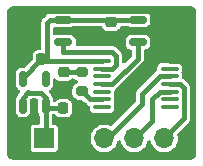
<source format=gbr>
%TF.GenerationSoftware,KiCad,Pcbnew,7.0.6-7.0.6~ubuntu22.04.1*%
%TF.CreationDate,2023-08-04T21:53:36+03:00*%
%TF.ProjectId,pedal_assist_sensor,70656461-6c5f-4617-9373-6973745f7365,rev?*%
%TF.SameCoordinates,PX3d09000PY6052340*%
%TF.FileFunction,Copper,L1,Top*%
%TF.FilePolarity,Positive*%
%FSLAX46Y46*%
G04 Gerber Fmt 4.6, Leading zero omitted, Abs format (unit mm)*
G04 Created by KiCad (PCBNEW 7.0.6-7.0.6~ubuntu22.04.1) date 2023-08-04 21:53:36*
%MOMM*%
%LPD*%
G01*
G04 APERTURE LIST*
G04 Aperture macros list*
%AMRoundRect*
0 Rectangle with rounded corners*
0 $1 Rounding radius*
0 $2 $3 $4 $5 $6 $7 $8 $9 X,Y pos of 4 corners*
0 Add a 4 corners polygon primitive as box body*
4,1,4,$2,$3,$4,$5,$6,$7,$8,$9,$2,$3,0*
0 Add four circle primitives for the rounded corners*
1,1,$1+$1,$2,$3*
1,1,$1+$1,$4,$5*
1,1,$1+$1,$6,$7*
1,1,$1+$1,$8,$9*
0 Add four rect primitives between the rounded corners*
20,1,$1+$1,$2,$3,$4,$5,0*
20,1,$1+$1,$4,$5,$6,$7,0*
20,1,$1+$1,$6,$7,$8,$9,0*
20,1,$1+$1,$8,$9,$2,$3,0*%
G04 Aperture macros list end*
%TA.AperFunction,SMDPad,CuDef*%
%ADD10RoundRect,0.150000X0.150000X-0.512500X0.150000X0.512500X-0.150000X0.512500X-0.150000X-0.512500X0*%
%TD*%
%TA.AperFunction,SMDPad,CuDef*%
%ADD11RoundRect,0.100000X-0.637500X-0.100000X0.637500X-0.100000X0.637500X0.100000X-0.637500X0.100000X0*%
%TD*%
%TA.AperFunction,SMDPad,CuDef*%
%ADD12RoundRect,0.225000X-0.250000X0.225000X-0.250000X-0.225000X0.250000X-0.225000X0.250000X0.225000X0*%
%TD*%
%TA.AperFunction,SMDPad,CuDef*%
%ADD13RoundRect,0.225000X-0.225000X-0.250000X0.225000X-0.250000X0.225000X0.250000X-0.225000X0.250000X0*%
%TD*%
%TA.AperFunction,SMDPad,CuDef*%
%ADD14RoundRect,0.218750X0.256250X-0.218750X0.256250X0.218750X-0.256250X0.218750X-0.256250X-0.218750X0*%
%TD*%
%TA.AperFunction,SMDPad,CuDef*%
%ADD15RoundRect,0.150000X-0.587500X-0.150000X0.587500X-0.150000X0.587500X0.150000X-0.587500X0.150000X0*%
%TD*%
%TA.AperFunction,SMDPad,CuDef*%
%ADD16RoundRect,0.200000X0.275000X-0.200000X0.275000X0.200000X-0.275000X0.200000X-0.275000X-0.200000X0*%
%TD*%
%TA.AperFunction,SMDPad,CuDef*%
%ADD17RoundRect,0.225000X0.225000X0.250000X-0.225000X0.250000X-0.225000X-0.250000X0.225000X-0.250000X0*%
%TD*%
%TA.AperFunction,ComponentPad*%
%ADD18R,1.700000X1.700000*%
%TD*%
%TA.AperFunction,ComponentPad*%
%ADD19O,1.700000X1.700000*%
%TD*%
%TA.AperFunction,Conductor*%
%ADD20C,0.400000*%
%TD*%
G04 APERTURE END LIST*
D10*
%TO.P,U4,1,IN*%
%TO.N,/5V*%
X1350000Y-8437500D03*
%TO.P,U4,2,GND*%
%TO.N,GND*%
X2300000Y-8437500D03*
%TO.P,U4,3,EN*%
%TO.N,/5V*%
X3250000Y-8437500D03*
%TO.P,U4,4,NC*%
%TO.N,unconnected-(U4-NC-Pad4)*%
X3250000Y-6162500D03*
%TO.P,U4,5,OUT*%
%TO.N,VCC*%
X1350000Y-6162500D03*
%TD*%
D11*
%TO.P,U1,1,VCC*%
%TO.N,VCC*%
X8037500Y-4650000D03*
%TO.P,U1,2,PA4*%
%TO.N,Net-(U1-PA4)*%
X8037500Y-5300000D03*
%TO.P,U1,3,PA5*%
%TO.N,unconnected-(U1-PA5-Pad3)*%
X8037500Y-5950000D03*
%TO.P,U1,4,PA6*%
%TO.N,Net-(U1-PA6)*%
X8037500Y-6600000D03*
%TO.P,U1,5,PA7*%
%TO.N,unconnected-(U1-PA7-Pad5)*%
X8037500Y-7250000D03*
%TO.P,U1,6,PB3*%
%TO.N,Net-(U1-PB3)*%
X8037500Y-7900000D03*
%TO.P,U1,7,PB2*%
%TO.N,unconnected-(U1-PB2-Pad7)*%
X8037500Y-8550000D03*
%TO.P,U1,8,PB1*%
%TO.N,unconnected-(U1-PB1-Pad8)*%
X13762500Y-8550000D03*
%TO.P,U1,9,PB0*%
%TO.N,unconnected-(U1-PB0-Pad9)*%
X13762500Y-7900000D03*
%TO.P,U1,10,~{RESET}/PA0*%
%TO.N,/UPDI*%
X13762500Y-7250000D03*
%TO.P,U1,11,PA1*%
%TO.N,/USART_TX*%
X13762500Y-6600000D03*
%TO.P,U1,12,PA2*%
%TO.N,/OUT*%
X13762500Y-5950000D03*
%TO.P,U1,13,PA3*%
%TO.N,unconnected-(U1-PA3-Pad13)*%
X13762500Y-5300000D03*
%TO.P,U1,14,GND*%
%TO.N,GND*%
X13762500Y-4650000D03*
%TD*%
D12*
%TO.P,C3,1*%
%TO.N,VCC*%
X8800000Y-1350000D03*
%TO.P,C3,2*%
%TO.N,GND*%
X8800000Y-2900000D03*
%TD*%
D13*
%TO.P,C1,1*%
%TO.N,/5V*%
X4750000Y-8650000D03*
%TO.P,C1,2*%
%TO.N,GND*%
X6300000Y-8650000D03*
%TD*%
D14*
%TO.P,D1,1,K*%
%TO.N,GND*%
X4800000Y-7187500D03*
%TO.P,D1,2,A*%
%TO.N,Net-(D1-A)*%
X4800000Y-5612500D03*
%TD*%
D15*
%TO.P,U2,1,VCC*%
%TO.N,VCC*%
X4762500Y-1150000D03*
%TO.P,U2,2,OUT*%
%TO.N,Net-(U1-PA4)*%
X4762500Y-3050000D03*
%TO.P,U2,3,GND*%
%TO.N,GND*%
X6637500Y-2100000D03*
%TD*%
D16*
%TO.P,R1,1*%
%TO.N,Net-(U1-PB3)*%
X6300000Y-7225000D03*
%TO.P,R1,2*%
%TO.N,Net-(D1-A)*%
X6300000Y-5575000D03*
%TD*%
D17*
%TO.P,C2,1*%
%TO.N,VCC*%
X2900000Y-4500000D03*
%TO.P,C2,2*%
%TO.N,GND*%
X1350000Y-4500000D03*
%TD*%
D15*
%TO.P,U3,1,VCC*%
%TO.N,VCC*%
X11062500Y-1150000D03*
%TO.P,U3,2,OUT*%
%TO.N,Net-(U1-PA6)*%
X11062500Y-3050000D03*
%TO.P,U3,3,GND*%
%TO.N,GND*%
X12937500Y-2100000D03*
%TD*%
D18*
%TO.P,J2,1,Pin_1*%
%TO.N,/5V*%
X3130000Y-11200000D03*
D19*
%TO.P,J2,2,Pin_2*%
%TO.N,GND*%
X5670000Y-11200000D03*
%TO.P,J2,3,Pin_3*%
%TO.N,/OUT*%
X8210000Y-11200000D03*
%TO.P,J2,4,Pin_4*%
%TO.N,/UPDI*%
X10750000Y-11200000D03*
%TO.P,J2,5,Pin_5*%
%TO.N,/USART_TX*%
X13290000Y-11200000D03*
%TD*%
D20*
%TO.N,/5V*%
X3250000Y-8437500D02*
X3250000Y-7750000D01*
X1825000Y-7325000D02*
X1800000Y-7300000D01*
X3250000Y-11080000D02*
X3130000Y-11200000D01*
X2825000Y-7325000D02*
X1825000Y-7325000D01*
X4750000Y-8600000D02*
X3412500Y-8600000D01*
X3412500Y-8600000D02*
X3250000Y-8437500D01*
X1350000Y-7750000D02*
X1350000Y-8437500D01*
X1800000Y-7300000D02*
X1350000Y-7750000D01*
X3250000Y-8437500D02*
X3250000Y-11080000D01*
X3250000Y-7750000D02*
X2825000Y-7325000D01*
%TO.N,GND*%
X2600000Y-400000D02*
X14500000Y-400000D01*
X6537500Y-2100000D02*
X7300000Y-2100000D01*
X13762500Y-4650000D02*
X15600000Y-4650000D01*
X8100000Y-2900000D02*
X8800000Y-2900000D01*
X15650000Y-12250000D02*
X15300000Y-12600000D01*
X5600000Y-12600000D02*
X1000000Y-12600000D01*
X4800000Y-7187500D02*
X4837500Y-7187500D01*
X9400000Y-2900000D02*
X8800000Y-2900000D01*
X15600000Y-4650000D02*
X15650000Y-4600000D01*
X400000Y-4600000D02*
X400000Y-2600000D01*
X400000Y-12000000D02*
X400000Y-11300000D01*
X15100000Y-1000000D02*
X15650000Y-1550000D01*
X4837500Y-7187500D02*
X6300000Y-8650000D01*
X15300000Y-12600000D02*
X5600000Y-12600000D01*
X12837500Y-2100000D02*
X15550000Y-2100000D01*
X15650000Y-1550000D02*
X15650000Y-2000000D01*
X5600000Y-12600000D02*
X5670000Y-12530000D01*
X400000Y-10100000D02*
X400000Y-11200000D01*
X500000Y-4500000D02*
X400000Y-4600000D01*
X7300000Y-2100000D02*
X8100000Y-2900000D01*
X6300000Y-8650000D02*
X6300000Y-10570000D01*
X15550000Y-2100000D02*
X15650000Y-2000000D01*
X5670000Y-12530000D02*
X5670000Y-11200000D01*
X400000Y-2600000D02*
X2600000Y-400000D01*
X400000Y-4600000D02*
X400000Y-10100000D01*
X1350000Y-4500000D02*
X500000Y-4500000D01*
X1000000Y-12600000D02*
X400000Y-12000000D01*
X1198528Y-10100000D02*
X400000Y-10100000D01*
X14500000Y-400000D02*
X15100000Y-1000000D01*
X12837500Y-2100000D02*
X10200000Y-2100000D01*
X2300000Y-8998528D02*
X1198528Y-10100000D01*
X15650000Y-2000000D02*
X15650000Y-4600000D01*
X2300000Y-8437500D02*
X2300000Y-8998528D01*
X15650000Y-4600000D02*
X15650000Y-12250000D01*
X6300000Y-10570000D02*
X5670000Y-11200000D01*
X10200000Y-2100000D02*
X9400000Y-2900000D01*
%TO.N,VCC*%
X3400000Y-1400000D02*
X3400000Y-4300000D01*
X1350000Y-6050000D02*
X2900000Y-4500000D01*
X8037500Y-4650000D02*
X3050000Y-4650000D01*
X10962500Y-1150000D02*
X3650000Y-1150000D01*
X3050000Y-4650000D02*
X2900000Y-4500000D01*
X3400000Y-4300000D02*
X3050000Y-4650000D01*
X1350000Y-6162500D02*
X1350000Y-6050000D01*
X3650000Y-1150000D02*
X3400000Y-1400000D01*
%TO.N,Net-(D1-A)*%
X4837500Y-5575000D02*
X4800000Y-5612500D01*
X6300000Y-5575000D02*
X4837500Y-5575000D01*
%TO.N,/USART_TX*%
X13762500Y-6600000D02*
X14627817Y-6600000D01*
X15000000Y-9480000D02*
X13280000Y-11200000D01*
X14627817Y-6600000D02*
X15000000Y-6972183D01*
X15000000Y-6972183D02*
X15000000Y-9480000D01*
%TO.N,/UPDI*%
X12897183Y-7250000D02*
X12300000Y-7847183D01*
X12300000Y-9700000D02*
X10800000Y-11200000D01*
X12300000Y-7847183D02*
X12300000Y-9700000D01*
X13762500Y-7250000D02*
X12897183Y-7250000D01*
X10800000Y-11200000D02*
X10740000Y-11200000D01*
%TO.N,/OUT*%
X11400000Y-7447183D02*
X11400000Y-8300000D01*
X8500000Y-11200000D02*
X8200000Y-11200000D01*
X11400000Y-8300000D02*
X8500000Y-11200000D01*
X13762500Y-5950000D02*
X12897183Y-5950000D01*
X12897183Y-5950000D02*
X11400000Y-7447183D01*
%TO.N,Net-(U1-PA4)*%
X8900000Y-3900000D02*
X4800000Y-3900000D01*
X8902817Y-5300000D02*
X9225000Y-4977817D01*
X4800000Y-3900000D02*
X4762500Y-3862500D01*
X8037500Y-5300000D02*
X8902817Y-5300000D01*
X9225000Y-4977817D02*
X9225000Y-4225000D01*
X9225000Y-4225000D02*
X8900000Y-3900000D01*
X4762500Y-3862500D02*
X4762500Y-3050000D01*
%TO.N,Net-(U1-PA6)*%
X11062500Y-3050000D02*
X11062500Y-4440317D01*
X8902817Y-6600000D02*
X8037500Y-6600000D01*
X11062500Y-4440317D02*
X8902817Y-6600000D01*
%TO.N,Net-(U1-PB3)*%
X8037500Y-7900000D02*
X6979594Y-7900000D01*
X6304594Y-7225000D02*
X6300000Y-7225000D01*
X6979594Y-7900000D02*
X6304594Y-7225000D01*
%TD*%
%TA.AperFunction,Conductor*%
%TO.N,GND*%
G36*
X15504162Y-969D02*
G01*
X15526356Y-3469D01*
X15603273Y-13596D01*
X15633034Y-20682D01*
X15664404Y-31659D01*
X15668305Y-33148D01*
X15720243Y-54661D01*
X15742488Y-66154D01*
X15775012Y-86590D01*
X15780730Y-90568D01*
X15802261Y-107089D01*
X15827554Y-126497D01*
X15834881Y-132923D01*
X15867075Y-165117D01*
X15873508Y-172452D01*
X15909430Y-219268D01*
X15913408Y-224986D01*
X15933844Y-257510D01*
X15945343Y-279767D01*
X15966849Y-331690D01*
X15968339Y-335594D01*
X15979316Y-366964D01*
X15986403Y-396728D01*
X15996530Y-473647D01*
X15999031Y-495841D01*
X15999500Y-504191D01*
X15999500Y-12495808D01*
X15999031Y-12504158D01*
X15996530Y-12526352D01*
X15986403Y-12603271D01*
X15979316Y-12633034D01*
X15968339Y-12664404D01*
X15966849Y-12668308D01*
X15945343Y-12720231D01*
X15933844Y-12742488D01*
X15913408Y-12775012D01*
X15909430Y-12780730D01*
X15873508Y-12827546D01*
X15867075Y-12834881D01*
X15834881Y-12867075D01*
X15827546Y-12873508D01*
X15780730Y-12909430D01*
X15775012Y-12913408D01*
X15742488Y-12933844D01*
X15720231Y-12945343D01*
X15668308Y-12966849D01*
X15664404Y-12968339D01*
X15633034Y-12979316D01*
X15603271Y-12986403D01*
X15526352Y-12996530D01*
X15504158Y-12999031D01*
X15495808Y-12999500D01*
X504191Y-12999500D01*
X495841Y-12999031D01*
X473647Y-12996530D01*
X396728Y-12986403D01*
X366964Y-12979316D01*
X335594Y-12968339D01*
X331690Y-12966849D01*
X279767Y-12945343D01*
X257510Y-12933844D01*
X224986Y-12913408D01*
X219268Y-12909430D01*
X184348Y-12882635D01*
X172448Y-12873504D01*
X165117Y-12867075D01*
X132923Y-12834881D01*
X126497Y-12827554D01*
X107089Y-12802261D01*
X90568Y-12780730D01*
X86590Y-12775012D01*
X66154Y-12742488D01*
X54661Y-12720243D01*
X33148Y-12668305D01*
X31659Y-12664404D01*
X20682Y-12633034D01*
X13596Y-12603273D01*
X3468Y-12526343D01*
X969Y-12504162D01*
X500Y-12495814D01*
X500Y-9004275D01*
X749500Y-9004275D01*
X752353Y-9034695D01*
X752353Y-9034697D01*
X752354Y-9034699D01*
X757883Y-9050499D01*
X797207Y-9162883D01*
X877848Y-9272148D01*
X877851Y-9272151D01*
X987116Y-9352792D01*
X987117Y-9352792D01*
X987118Y-9352793D01*
X1115301Y-9397646D01*
X1145734Y-9400500D01*
X1145741Y-9400500D01*
X1554259Y-9400500D01*
X1554266Y-9400500D01*
X1584699Y-9397646D01*
X1712882Y-9352793D01*
X1822150Y-9272150D01*
X1902793Y-9162882D01*
X1947646Y-9034699D01*
X1950500Y-9004266D01*
X1950499Y-7974500D01*
X1970462Y-7900000D01*
X2025000Y-7845462D01*
X2099500Y-7825500D01*
X2500500Y-7825500D01*
X2575000Y-7845462D01*
X2629538Y-7900000D01*
X2649500Y-7974500D01*
X2649500Y-9004275D01*
X2652353Y-9034695D01*
X2652353Y-9034697D01*
X2652354Y-9034699D01*
X2657883Y-9050499D01*
X2697207Y-9162882D01*
X2720385Y-9194288D01*
X2748562Y-9266084D01*
X2749499Y-9282766D01*
X2749500Y-9900500D01*
X2729538Y-9975000D01*
X2675000Y-10029538D01*
X2600500Y-10049500D01*
X2235133Y-10049500D01*
X2210010Y-10052414D01*
X2210007Y-10052415D01*
X2107235Y-10097793D01*
X2027793Y-10177235D01*
X1982416Y-10280005D01*
X1982415Y-10280008D01*
X1982415Y-10280009D01*
X1979500Y-10305135D01*
X1979500Y-10305136D01*
X1979500Y-10305140D01*
X1979500Y-12094866D01*
X1982414Y-12119989D01*
X1982415Y-12119992D01*
X2027793Y-12222764D01*
X2027794Y-12222765D01*
X2107235Y-12302206D01*
X2210009Y-12347585D01*
X2235135Y-12350500D01*
X4024864Y-12350499D01*
X4024866Y-12350499D01*
X4037427Y-12349042D01*
X4049991Y-12347585D01*
X4152765Y-12302206D01*
X4232206Y-12222765D01*
X4277585Y-12119991D01*
X4280500Y-12094865D01*
X4280500Y-11200004D01*
X7054571Y-11200004D01*
X7074243Y-11412305D01*
X7132593Y-11617385D01*
X7132594Y-11617387D01*
X7227636Y-11808259D01*
X7356127Y-11978406D01*
X7356128Y-11978407D01*
X7511441Y-12119994D01*
X7513697Y-12122051D01*
X7513698Y-12122052D01*
X7694977Y-12234296D01*
X7694983Y-12234299D01*
X7782189Y-12268082D01*
X7893802Y-12311321D01*
X8103390Y-12350500D01*
X8103393Y-12350500D01*
X8316607Y-12350500D01*
X8316610Y-12350500D01*
X8526198Y-12311321D01*
X8725019Y-12234298D01*
X8906302Y-12122052D01*
X9063872Y-11978407D01*
X9192366Y-11808255D01*
X9287405Y-11617389D01*
X9336688Y-11444177D01*
X9376276Y-11377986D01*
X9443657Y-11340455D01*
X9520776Y-11341643D01*
X9586969Y-11381231D01*
X9623312Y-11444179D01*
X9672593Y-11617385D01*
X9672594Y-11617387D01*
X9767636Y-11808259D01*
X9896127Y-11978406D01*
X9896128Y-11978407D01*
X10051441Y-12119994D01*
X10053697Y-12122051D01*
X10053698Y-12122052D01*
X10234977Y-12234296D01*
X10234983Y-12234299D01*
X10322189Y-12268082D01*
X10433802Y-12311321D01*
X10643390Y-12350500D01*
X10643393Y-12350500D01*
X10856607Y-12350500D01*
X10856610Y-12350500D01*
X11066198Y-12311321D01*
X11265019Y-12234298D01*
X11446302Y-12122052D01*
X11603872Y-11978407D01*
X11732366Y-11808255D01*
X11827405Y-11617389D01*
X11876688Y-11444177D01*
X11916276Y-11377986D01*
X11983657Y-11340455D01*
X12060776Y-11341643D01*
X12126969Y-11381231D01*
X12163312Y-11444179D01*
X12212593Y-11617385D01*
X12212594Y-11617387D01*
X12307636Y-11808259D01*
X12436127Y-11978406D01*
X12436128Y-11978407D01*
X12591441Y-12119994D01*
X12593697Y-12122051D01*
X12593698Y-12122052D01*
X12774977Y-12234296D01*
X12774983Y-12234299D01*
X12862189Y-12268082D01*
X12973802Y-12311321D01*
X13183390Y-12350500D01*
X13183393Y-12350500D01*
X13396607Y-12350500D01*
X13396610Y-12350500D01*
X13606198Y-12311321D01*
X13805019Y-12234298D01*
X13986302Y-12122052D01*
X14143872Y-11978407D01*
X14272366Y-11808255D01*
X14367405Y-11617389D01*
X14425756Y-11412310D01*
X14445429Y-11200000D01*
X14425756Y-10987690D01*
X14399740Y-10896254D01*
X14398552Y-10819135D01*
X14436083Y-10751754D01*
X14437632Y-10750180D01*
X15304529Y-9883282D01*
X15329330Y-9863298D01*
X15331128Y-9862143D01*
X15364824Y-9823254D01*
X15368404Y-9819407D01*
X15379220Y-9808593D01*
X15388367Y-9796372D01*
X15391685Y-9792254D01*
X15425377Y-9753373D01*
X15426259Y-9751439D01*
X15442517Y-9724039D01*
X15443796Y-9722331D01*
X15461772Y-9674132D01*
X15463803Y-9669231D01*
X15474327Y-9646187D01*
X15485165Y-9622457D01*
X15485467Y-9620355D01*
X15493349Y-9589470D01*
X15494091Y-9587483D01*
X15497761Y-9536158D01*
X15498325Y-9530919D01*
X15500500Y-9515799D01*
X15500500Y-9500536D01*
X15500690Y-9495219D01*
X15504359Y-9443928D01*
X15504359Y-9443926D01*
X15503905Y-9441839D01*
X15500500Y-9410169D01*
X15500500Y-7042015D01*
X15503905Y-7010343D01*
X15504359Y-7008254D01*
X15502132Y-6977127D01*
X15500689Y-6956955D01*
X15500500Y-6951645D01*
X15500500Y-6936383D01*
X15500092Y-6933552D01*
X15498325Y-6921259D01*
X15497761Y-6916020D01*
X15494091Y-6864700D01*
X15493347Y-6862707D01*
X15485468Y-6831838D01*
X15485165Y-6829726D01*
X15463801Y-6782946D01*
X15461773Y-6778052D01*
X15443796Y-6729852D01*
X15442514Y-6728139D01*
X15426260Y-6700743D01*
X15425378Y-6698812D01*
X15425377Y-6698811D01*
X15425377Y-6698810D01*
X15391700Y-6659944D01*
X15388362Y-6655802D01*
X15379221Y-6643591D01*
X15368434Y-6632804D01*
X15364809Y-6628910D01*
X15331128Y-6590040D01*
X15329326Y-6588882D01*
X15304527Y-6568897D01*
X15031101Y-6295470D01*
X15011111Y-6270663D01*
X15009962Y-6268875D01*
X15009961Y-6268874D01*
X15009960Y-6268872D01*
X14971086Y-6235188D01*
X14967201Y-6231570D01*
X14956410Y-6220779D01*
X14953758Y-6218794D01*
X14944180Y-6211623D01*
X14940047Y-6208293D01*
X14932632Y-6201868D01*
X14901190Y-6174623D01*
X14901189Y-6174622D01*
X14901184Y-6174619D01*
X14899246Y-6173734D01*
X14871865Y-6157488D01*
X14861622Y-6149821D01*
X14863800Y-6146910D01*
X14822286Y-6107343D01*
X14800542Y-6033343D01*
X14800499Y-6029833D01*
X14800499Y-5818482D01*
X14785646Y-5724696D01*
X14769314Y-5692644D01*
X14753278Y-5617203D01*
X14769314Y-5557354D01*
X14785646Y-5525304D01*
X14800500Y-5431519D01*
X14800499Y-5168482D01*
X14785646Y-5074696D01*
X14728050Y-4961658D01*
X14638342Y-4871950D01*
X14638341Y-4871949D01*
X14525305Y-4814354D01*
X14509673Y-4811878D01*
X14431519Y-4799500D01*
X14431514Y-4799500D01*
X13093481Y-4799500D01*
X12999695Y-4814354D01*
X12999693Y-4814355D01*
X12886657Y-4871950D01*
X12796950Y-4961657D01*
X12739354Y-5074694D01*
X12739353Y-5074696D01*
X12739354Y-5074696D01*
X12724500Y-5168481D01*
X12724500Y-5168482D01*
X12724500Y-5168485D01*
X12724500Y-5379767D01*
X12704538Y-5454267D01*
X12661494Y-5497310D01*
X12663376Y-5499824D01*
X12653132Y-5507491D01*
X12625758Y-5523733D01*
X12623811Y-5524621D01*
X12623808Y-5524624D01*
X12584948Y-5558294D01*
X12580814Y-5561626D01*
X12568597Y-5570773D01*
X12568581Y-5570787D01*
X12557793Y-5581574D01*
X12553903Y-5585196D01*
X12515035Y-5618876D01*
X12513880Y-5620675D01*
X12493899Y-5645468D01*
X11095468Y-7043899D01*
X11070675Y-7063880D01*
X11068876Y-7065035D01*
X11035196Y-7103903D01*
X11031574Y-7107793D01*
X11020787Y-7118581D01*
X11020773Y-7118597D01*
X11011626Y-7130814D01*
X11008294Y-7134948D01*
X10974624Y-7173808D01*
X10974621Y-7173811D01*
X10973733Y-7175758D01*
X10957491Y-7203132D01*
X10956204Y-7204850D01*
X10956203Y-7204853D01*
X10938234Y-7253029D01*
X10936199Y-7257941D01*
X10914835Y-7304724D01*
X10914832Y-7304733D01*
X10914528Y-7306853D01*
X10906658Y-7337687D01*
X10905911Y-7339688D01*
X10905908Y-7339702D01*
X10902240Y-7390989D01*
X10901672Y-7396271D01*
X10899500Y-7411384D01*
X10899500Y-7426645D01*
X10899310Y-7431955D01*
X10898636Y-7441380D01*
X10895640Y-7483254D01*
X10896095Y-7485343D01*
X10899500Y-7517015D01*
X10899500Y-8030967D01*
X10879538Y-8105467D01*
X10855859Y-8136326D01*
X8866803Y-10125382D01*
X8800008Y-10163946D01*
X8722880Y-10163946D01*
X8707619Y-10158961D01*
X8526204Y-10088681D01*
X8526200Y-10088680D01*
X8526198Y-10088679D01*
X8484280Y-10080843D01*
X8316614Y-10049500D01*
X8316610Y-10049500D01*
X8103390Y-10049500D01*
X8103385Y-10049500D01*
X7893802Y-10088679D01*
X7893795Y-10088681D01*
X7694983Y-10165700D01*
X7694977Y-10165703D01*
X7513698Y-10277947D01*
X7513697Y-10277948D01*
X7356127Y-10421593D01*
X7227636Y-10591740D01*
X7132594Y-10782612D01*
X7132593Y-10782614D01*
X7074243Y-10987694D01*
X7054571Y-11199995D01*
X7054571Y-11200004D01*
X4280500Y-11200004D01*
X4280499Y-10305136D01*
X4277585Y-10280009D01*
X4232206Y-10177235D01*
X4152765Y-10097794D01*
X4152764Y-10097793D01*
X4049994Y-10052416D01*
X4049991Y-10052415D01*
X4049982Y-10052414D01*
X4024865Y-10049500D01*
X4024859Y-10049500D01*
X3899500Y-10049500D01*
X3825000Y-10029538D01*
X3770462Y-9975000D01*
X3750500Y-9900500D01*
X3750500Y-9282766D01*
X3770462Y-9208266D01*
X3779616Y-9194285D01*
X3804168Y-9161019D01*
X3864470Y-9112932D01*
X3924052Y-9100500D01*
X3943528Y-9100500D01*
X4018028Y-9120462D01*
X4062251Y-9159468D01*
X4092608Y-9199499D01*
X4149922Y-9275078D01*
X4163622Y-9285467D01*
X4265020Y-9362361D01*
X4265023Y-9362362D01*
X4265025Y-9362364D01*
X4332217Y-9388861D01*
X4399409Y-9415359D01*
X4415260Y-9417262D01*
X4483856Y-9425500D01*
X4483857Y-9425500D01*
X5016143Y-9425500D01*
X5016144Y-9425500D01*
X5100590Y-9415359D01*
X5234975Y-9362364D01*
X5350078Y-9275078D01*
X5437364Y-9159975D01*
X5490359Y-9025590D01*
X5500500Y-8941144D01*
X5500500Y-8358856D01*
X5490359Y-8274410D01*
X5473289Y-8231125D01*
X5437364Y-8140026D01*
X5437361Y-8140020D01*
X5384547Y-8070376D01*
X5350078Y-8024922D01*
X5325883Y-8006574D01*
X5234979Y-7937638D01*
X5234973Y-7937635D01*
X5100590Y-7884640D01*
X5016147Y-7874500D01*
X5016144Y-7874500D01*
X4483856Y-7874500D01*
X4483852Y-7874500D01*
X4399409Y-7884640D01*
X4265026Y-7937635D01*
X4265025Y-7937636D01*
X4149920Y-8024923D01*
X4138084Y-8040532D01*
X4077163Y-8087832D01*
X4019361Y-8099500D01*
X3999500Y-8099500D01*
X3925000Y-8079538D01*
X3870462Y-8025000D01*
X3850500Y-7950500D01*
X3850500Y-7870741D01*
X3850499Y-7870724D01*
X3847646Y-7840304D01*
X3847646Y-7840301D01*
X3802793Y-7712118D01*
X3757128Y-7650244D01*
X3740535Y-7616809D01*
X3739594Y-7617240D01*
X3713801Y-7560764D01*
X3711773Y-7555869D01*
X3693796Y-7507669D01*
X3692514Y-7505956D01*
X3676260Y-7478560D01*
X3675378Y-7476629D01*
X3675377Y-7476628D01*
X3675377Y-7476627D01*
X3641700Y-7437762D01*
X3638370Y-7433628D01*
X3633142Y-7426645D01*
X3629221Y-7421407D01*
X3618424Y-7410610D01*
X3614802Y-7406719D01*
X3581128Y-7367857D01*
X3581125Y-7367855D01*
X3579327Y-7366699D01*
X3554529Y-7346715D01*
X3538118Y-7330304D01*
X3499554Y-7263509D01*
X3499554Y-7186381D01*
X3538118Y-7119586D01*
X3594267Y-7084306D01*
X3612882Y-7077793D01*
X3722150Y-6997150D01*
X3802793Y-6887882D01*
X3847646Y-6759699D01*
X3850500Y-6729266D01*
X3850500Y-6219489D01*
X3870462Y-6144989D01*
X3925000Y-6090451D01*
X3999500Y-6070489D01*
X4074000Y-6090451D01*
X4118222Y-6129457D01*
X4152473Y-6174623D01*
X4173132Y-6201866D01*
X4173134Y-6201868D01*
X4195767Y-6219031D01*
X4286868Y-6288115D01*
X4419654Y-6340479D01*
X4503098Y-6350500D01*
X4503099Y-6350500D01*
X5096901Y-6350500D01*
X5096902Y-6350500D01*
X5180346Y-6340479D01*
X5313132Y-6288115D01*
X5426867Y-6201867D01*
X5458045Y-6160752D01*
X5518964Y-6113453D01*
X5595373Y-6102950D01*
X5666061Y-6131504D01*
X5782666Y-6218794D01*
X5782670Y-6218797D01*
X5894198Y-6260394D01*
X5957025Y-6305133D01*
X5989066Y-6375291D01*
X5981735Y-6452069D01*
X5936996Y-6514896D01*
X5894198Y-6539606D01*
X5782670Y-6581202D01*
X5782666Y-6581204D01*
X5667455Y-6667452D01*
X5667452Y-6667455D01*
X5581204Y-6782666D01*
X5581202Y-6782670D01*
X5530908Y-6917517D01*
X5524500Y-6977114D01*
X5524500Y-7472863D01*
X5524502Y-7472888D01*
X5530908Y-7532478D01*
X5530909Y-7532484D01*
X5581202Y-7667329D01*
X5581204Y-7667333D01*
X5667452Y-7782544D01*
X5667455Y-7782547D01*
X5782666Y-7868795D01*
X5782670Y-7868797D01*
X5917517Y-7919091D01*
X5977114Y-7925499D01*
X5977118Y-7925499D01*
X5977127Y-7925500D01*
X6235560Y-7925499D01*
X6310061Y-7945461D01*
X6340920Y-7969140D01*
X6576309Y-8204529D01*
X6596293Y-8229327D01*
X6597449Y-8231125D01*
X6597451Y-8231128D01*
X6636313Y-8264802D01*
X6640207Y-8268427D01*
X6651001Y-8279221D01*
X6658803Y-8285061D01*
X6663222Y-8288370D01*
X6667356Y-8291700D01*
X6706221Y-8325377D01*
X6706222Y-8325377D01*
X6706223Y-8325378D01*
X6708154Y-8326260D01*
X6735550Y-8342514D01*
X6737263Y-8343796D01*
X6785463Y-8361773D01*
X6790357Y-8363801D01*
X6837137Y-8385165D01*
X6839249Y-8385468D01*
X6870118Y-8393347D01*
X6872111Y-8394091D01*
X6872112Y-8394091D01*
X6872115Y-8394092D01*
X6882165Y-8396278D01*
X6950721Y-8431616D01*
X6992423Y-8496498D01*
X6999500Y-8541873D01*
X6999500Y-8681513D01*
X6999501Y-8681518D01*
X7014354Y-8775304D01*
X7071950Y-8888342D01*
X7161658Y-8978050D01*
X7274696Y-9035646D01*
X7368481Y-9050500D01*
X8706518Y-9050499D01*
X8800304Y-9035646D01*
X8913342Y-8978050D01*
X9003050Y-8888342D01*
X9060646Y-8775304D01*
X9075500Y-8681519D01*
X9075499Y-8418482D01*
X9060646Y-8324696D01*
X9044314Y-8292644D01*
X9028279Y-8217202D01*
X9044315Y-8157355D01*
X9060646Y-8125304D01*
X9075500Y-8031519D01*
X9075499Y-7768482D01*
X9060646Y-7674696D01*
X9044314Y-7642644D01*
X9028278Y-7567203D01*
X9044314Y-7507354D01*
X9060646Y-7475304D01*
X9075500Y-7381519D01*
X9075499Y-7170232D01*
X9095461Y-7095733D01*
X9138487Y-7052705D01*
X9136605Y-7050191D01*
X9145143Y-7043797D01*
X9145148Y-7043796D01*
X9146856Y-7042517D01*
X9174256Y-7026259D01*
X9176190Y-7025377D01*
X9215063Y-6991691D01*
X9219178Y-6988376D01*
X9231410Y-6979221D01*
X9242208Y-6968421D01*
X9246078Y-6964817D01*
X9284960Y-6931128D01*
X9286111Y-6929336D01*
X9306096Y-6904533D01*
X11367033Y-4843596D01*
X11391836Y-4823611D01*
X11393628Y-4822460D01*
X11427317Y-4783578D01*
X11430924Y-4779706D01*
X11441721Y-4768910D01*
X11450876Y-4756678D01*
X11454191Y-4752563D01*
X11487877Y-4713690D01*
X11488759Y-4711756D01*
X11505017Y-4684356D01*
X11506296Y-4682648D01*
X11524272Y-4634449D01*
X11526303Y-4629548D01*
X11547665Y-4582774D01*
X11547967Y-4580672D01*
X11555849Y-4549787D01*
X11556591Y-4547800D01*
X11560261Y-4496475D01*
X11560825Y-4491236D01*
X11563000Y-4476116D01*
X11563000Y-4460853D01*
X11563190Y-4455536D01*
X11566859Y-4404245D01*
X11566859Y-4404243D01*
X11566405Y-4402156D01*
X11563000Y-4370486D01*
X11563000Y-3799300D01*
X11582962Y-3724800D01*
X11637500Y-3670262D01*
X11700882Y-3651690D01*
X11700801Y-3650825D01*
X11704266Y-3650500D01*
X11734699Y-3647646D01*
X11862882Y-3602793D01*
X11972150Y-3522150D01*
X12052793Y-3412882D01*
X12097646Y-3284699D01*
X12100500Y-3254266D01*
X12100500Y-2845734D01*
X12097646Y-2815301D01*
X12052793Y-2687118D01*
X11972150Y-2577850D01*
X11972148Y-2577848D01*
X11862883Y-2497207D01*
X11803042Y-2476268D01*
X11734699Y-2452354D01*
X11734697Y-2452353D01*
X11734695Y-2452353D01*
X11704275Y-2449500D01*
X11704266Y-2449500D01*
X10420734Y-2449500D01*
X10420724Y-2449500D01*
X10390304Y-2452353D01*
X10262116Y-2497207D01*
X10152851Y-2577848D01*
X10152848Y-2577851D01*
X10072207Y-2687116D01*
X10027353Y-2815304D01*
X10024500Y-2845724D01*
X10024500Y-3254275D01*
X10027353Y-3284695D01*
X10072207Y-3412883D01*
X10152848Y-3522148D01*
X10152851Y-3522151D01*
X10262116Y-3602792D01*
X10262117Y-3602792D01*
X10262118Y-3602793D01*
X10390301Y-3647646D01*
X10420734Y-3650500D01*
X10424199Y-3650825D01*
X10424108Y-3651794D01*
X10493413Y-3673862D01*
X10545359Y-3730873D01*
X10562000Y-3799300D01*
X10562000Y-4171284D01*
X10542038Y-4245784D01*
X10518359Y-4276643D01*
X9979859Y-4815143D01*
X9913064Y-4853707D01*
X9835936Y-4853707D01*
X9769141Y-4815143D01*
X9730577Y-4748348D01*
X9725500Y-4709784D01*
X9725500Y-4294827D01*
X9728905Y-4263154D01*
X9729358Y-4261073D01*
X9725689Y-4209782D01*
X9725500Y-4204472D01*
X9725500Y-4189207D01*
X9725500Y-4189201D01*
X9723324Y-4174074D01*
X9722758Y-4168804D01*
X9720403Y-4135873D01*
X9719091Y-4117517D01*
X9718349Y-4115529D01*
X9710467Y-4084644D01*
X9710165Y-4082545D01*
X9710165Y-4082543D01*
X9688793Y-4035746D01*
X9686766Y-4030852D01*
X9668795Y-3982669D01*
X9667514Y-3980958D01*
X9651259Y-3953559D01*
X9650377Y-3951627D01*
X9639700Y-3939305D01*
X9616704Y-3912766D01*
X9613365Y-3908623D01*
X9612011Y-3906814D01*
X9604220Y-3896406D01*
X9593427Y-3885613D01*
X9589802Y-3881719D01*
X9556128Y-3842857D01*
X9556125Y-3842855D01*
X9554327Y-3841699D01*
X9529529Y-3821715D01*
X9303284Y-3595470D01*
X9283294Y-3570663D01*
X9282145Y-3568875D01*
X9282140Y-3568869D01*
X9243279Y-3535196D01*
X9239385Y-3531571D01*
X9228593Y-3520779D01*
X9216363Y-3511623D01*
X9212230Y-3508293D01*
X9173372Y-3474622D01*
X9173367Y-3474619D01*
X9171429Y-3473734D01*
X9144048Y-3457488D01*
X9142335Y-3456206D01*
X9142332Y-3456205D01*
X9142331Y-3456204D01*
X9094154Y-3438234D01*
X9089238Y-3436198D01*
X9042459Y-3414836D01*
X9042452Y-3414833D01*
X9040332Y-3414529D01*
X9009484Y-3406655D01*
X9007487Y-3405910D01*
X9007478Y-3405908D01*
X8956194Y-3402240D01*
X8950911Y-3401672D01*
X8940060Y-3400112D01*
X8935799Y-3399500D01*
X8935798Y-3399500D01*
X8920536Y-3399500D01*
X8915226Y-3399310D01*
X8904615Y-3398551D01*
X8863927Y-3395640D01*
X8861840Y-3396095D01*
X8830168Y-3399500D01*
X5949500Y-3399500D01*
X5875000Y-3379538D01*
X5820462Y-3325000D01*
X5800500Y-3250500D01*
X5800500Y-2845740D01*
X5800499Y-2845724D01*
X5797646Y-2815304D01*
X5797646Y-2815301D01*
X5752793Y-2687118D01*
X5672150Y-2577850D01*
X5672148Y-2577848D01*
X5562883Y-2497207D01*
X5503042Y-2476268D01*
X5434699Y-2452354D01*
X5434697Y-2452353D01*
X5434695Y-2452353D01*
X5404275Y-2449500D01*
X5404266Y-2449500D01*
X4120734Y-2449500D01*
X4120724Y-2449500D01*
X4090304Y-2452353D01*
X4081447Y-2454288D01*
X4080688Y-2450816D01*
X4021411Y-2455100D01*
X3952010Y-2421451D01*
X3908731Y-2357610D01*
X3900500Y-2308772D01*
X3900500Y-1891227D01*
X3920462Y-1816727D01*
X3975000Y-1762189D01*
X4049500Y-1742227D01*
X4081026Y-1747638D01*
X4081447Y-1745712D01*
X4090296Y-1747644D01*
X4090301Y-1747646D01*
X4120734Y-1750500D01*
X4120741Y-1750500D01*
X5404259Y-1750500D01*
X5404266Y-1750500D01*
X5434699Y-1747646D01*
X5562882Y-1702793D01*
X5589896Y-1682856D01*
X5594288Y-1679615D01*
X5666085Y-1651437D01*
X5682767Y-1650500D01*
X7913479Y-1650500D01*
X7987979Y-1670462D01*
X8042517Y-1725000D01*
X8052090Y-1744838D01*
X8087635Y-1834973D01*
X8087638Y-1834979D01*
X8156574Y-1925883D01*
X8174922Y-1950078D01*
X8220376Y-1984547D01*
X8290020Y-2037361D01*
X8290023Y-2037362D01*
X8290025Y-2037364D01*
X8357217Y-2063861D01*
X8424409Y-2090359D01*
X8440260Y-2092262D01*
X8508856Y-2100500D01*
X8508857Y-2100500D01*
X9091143Y-2100500D01*
X9091144Y-2100500D01*
X9175590Y-2090359D01*
X9309975Y-2037364D01*
X9425078Y-1950078D01*
X9512364Y-1834975D01*
X9545677Y-1750500D01*
X9547910Y-1744838D01*
X9593811Y-1682856D01*
X9664554Y-1652128D01*
X9686521Y-1650500D01*
X10142233Y-1650500D01*
X10216733Y-1670462D01*
X10230712Y-1679615D01*
X10262116Y-1702792D01*
X10262117Y-1702792D01*
X10262118Y-1702793D01*
X10390301Y-1747646D01*
X10420734Y-1750500D01*
X10420741Y-1750500D01*
X11704259Y-1750500D01*
X11704266Y-1750500D01*
X11734699Y-1747646D01*
X11862882Y-1702793D01*
X11972150Y-1622150D01*
X12052793Y-1512882D01*
X12097646Y-1384699D01*
X12100500Y-1354266D01*
X12100500Y-945734D01*
X12097646Y-915301D01*
X12052793Y-787118D01*
X12050088Y-783453D01*
X11972151Y-677851D01*
X11972148Y-677848D01*
X11862883Y-597207D01*
X11803042Y-576268D01*
X11734699Y-552354D01*
X11734697Y-552353D01*
X11734695Y-552353D01*
X11704275Y-549500D01*
X11704266Y-549500D01*
X10420734Y-549500D01*
X10420724Y-549500D01*
X10390304Y-552353D01*
X10262116Y-597207D01*
X10230712Y-620385D01*
X10158915Y-648563D01*
X10142233Y-649500D01*
X9304982Y-649500D01*
X9250320Y-639111D01*
X9226045Y-629538D01*
X9175590Y-609641D01*
X9175587Y-609640D01*
X9175585Y-609640D01*
X9091147Y-599500D01*
X9091144Y-599500D01*
X8508856Y-599500D01*
X8508852Y-599500D01*
X8424414Y-609640D01*
X8424410Y-609640D01*
X8424410Y-609641D01*
X8424408Y-609641D01*
X8424407Y-609642D01*
X8349680Y-639111D01*
X8295018Y-649500D01*
X5682767Y-649500D01*
X5608267Y-629538D01*
X5594288Y-620385D01*
X5562883Y-597207D01*
X5503042Y-576268D01*
X5434699Y-552354D01*
X5434697Y-552353D01*
X5434695Y-552353D01*
X5404275Y-549500D01*
X5404266Y-549500D01*
X4120734Y-549500D01*
X4120724Y-549500D01*
X4090304Y-552353D01*
X3962116Y-597207D01*
X3930712Y-620385D01*
X3858915Y-648563D01*
X3842233Y-649500D01*
X3719827Y-649500D01*
X3688156Y-646095D01*
X3686071Y-645641D01*
X3645230Y-648563D01*
X3634782Y-649310D01*
X3629472Y-649500D01*
X3614199Y-649500D01*
X3599078Y-651673D01*
X3593796Y-652241D01*
X3542519Y-655908D01*
X3542512Y-655910D01*
X3540507Y-656658D01*
X3509671Y-664528D01*
X3507553Y-664832D01*
X3507538Y-664836D01*
X3460764Y-686197D01*
X3455853Y-688231D01*
X3407667Y-706205D01*
X3407661Y-706208D01*
X3405947Y-707492D01*
X3378581Y-723730D01*
X3376630Y-724621D01*
X3376624Y-724624D01*
X3337767Y-758293D01*
X3333630Y-761628D01*
X3321411Y-770775D01*
X3321399Y-770785D01*
X3310610Y-781574D01*
X3306720Y-785196D01*
X3267852Y-818876D01*
X3266697Y-820675D01*
X3246716Y-845468D01*
X3095468Y-996716D01*
X3070675Y-1016697D01*
X3068876Y-1017852D01*
X3035196Y-1056720D01*
X3031574Y-1060610D01*
X3020787Y-1071398D01*
X3020773Y-1071414D01*
X3011626Y-1083631D01*
X3008294Y-1087765D01*
X2974624Y-1126625D01*
X2974621Y-1126628D01*
X2973733Y-1128575D01*
X2957491Y-1155949D01*
X2956204Y-1157667D01*
X2956203Y-1157670D01*
X2938234Y-1205846D01*
X2936199Y-1210758D01*
X2914835Y-1257541D01*
X2914832Y-1257550D01*
X2914528Y-1259670D01*
X2906658Y-1290504D01*
X2905911Y-1292505D01*
X2905908Y-1292519D01*
X2902240Y-1343806D01*
X2901672Y-1349088D01*
X2899500Y-1364201D01*
X2899500Y-1379462D01*
X2899310Y-1384780D01*
X2895640Y-1436071D01*
X2896095Y-1438160D01*
X2899500Y-1469832D01*
X2899500Y-3575500D01*
X2879538Y-3650000D01*
X2825000Y-3704538D01*
X2750500Y-3724500D01*
X2633852Y-3724500D01*
X2549409Y-3734640D01*
X2415026Y-3787635D01*
X2415020Y-3787638D01*
X2299924Y-3874920D01*
X2299920Y-3874924D01*
X2212638Y-3990020D01*
X2212635Y-3990026D01*
X2159640Y-4124409D01*
X2149500Y-4208852D01*
X2149500Y-4480968D01*
X2129538Y-4555468D01*
X2105859Y-4586327D01*
X1536327Y-5155859D01*
X1469532Y-5194423D01*
X1430968Y-5199500D01*
X1145724Y-5199500D01*
X1115304Y-5202353D01*
X987116Y-5247207D01*
X877851Y-5327848D01*
X877848Y-5327851D01*
X797207Y-5437116D01*
X752353Y-5565304D01*
X749500Y-5595724D01*
X749500Y-6729275D01*
X752353Y-6759695D01*
X752353Y-6759697D01*
X752354Y-6759699D01*
X768044Y-6804538D01*
X797207Y-6887883D01*
X877848Y-6997148D01*
X877851Y-6997151D01*
X987117Y-7077793D01*
X1005731Y-7084306D01*
X1069458Y-7127753D01*
X1102923Y-7197242D01*
X1097160Y-7274155D01*
X1061880Y-7330304D01*
X1045468Y-7346716D01*
X1020675Y-7366697D01*
X1018876Y-7367852D01*
X985196Y-7406720D01*
X981574Y-7410610D01*
X970787Y-7421398D01*
X970773Y-7421414D01*
X961626Y-7433631D01*
X958294Y-7437765D01*
X924624Y-7476625D01*
X924621Y-7476628D01*
X923733Y-7478575D01*
X907491Y-7505949D01*
X906204Y-7507667D01*
X906203Y-7507670D01*
X888234Y-7555846D01*
X886200Y-7560757D01*
X860410Y-7617233D01*
X859470Y-7616803D01*
X842872Y-7650243D01*
X830263Y-7667329D01*
X797206Y-7712119D01*
X752353Y-7840304D01*
X749500Y-7870724D01*
X749500Y-9004275D01*
X500Y-9004275D01*
X500Y-504184D01*
X969Y-495836D01*
X3469Y-473647D01*
X13596Y-396721D01*
X20682Y-366964D01*
X31659Y-335594D01*
X33138Y-331717D01*
X54665Y-279746D01*
X66148Y-257520D01*
X86604Y-224964D01*
X90560Y-219278D01*
X126509Y-172429D01*
X132908Y-165133D01*
X165133Y-132908D01*
X172429Y-126509D01*
X219278Y-90560D01*
X224964Y-86604D01*
X257520Y-66148D01*
X279746Y-54665D01*
X331717Y-33138D01*
X335594Y-31659D01*
X366968Y-20681D01*
X396721Y-13596D01*
X473613Y-3473D01*
X495839Y-968D01*
X504184Y-500D01*
X15495814Y-500D01*
X15504162Y-969D01*
G37*
%TD.AperFunction*%
%TD*%
M02*

</source>
